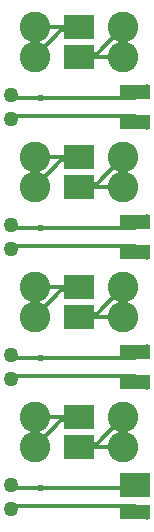
<source format=gtl>
G04 #@! TF.FileFunction,Copper,L1,Top,Signal*
%FSLAX46Y46*%
G04 Gerber Fmt 4.6, Leading zero omitted, Abs format (unit mm)*
G04 Created by KiCad (PCBNEW 4.0.6-e0-6349~53~ubuntu16.04.1) date Thu Jul 13 10:15:01 2017*
%MOMM*%
%LPD*%
G01*
G04 APERTURE LIST*
%ADD10C,0.100000*%
%ADD11R,2.540000X1.270000*%
%ADD12C,2.600000*%
%ADD13C,1.270000*%
%ADD14R,2.540000X2.000000*%
%ADD15C,0.600000*%
%ADD16C,0.304800*%
G04 APERTURE END LIST*
D10*
D11*
X41500000Y-58000000D03*
X41500000Y-55500000D03*
D12*
X40500000Y-50000000D03*
X40500000Y-52500000D03*
X33000000Y-52500000D03*
X33000000Y-50000000D03*
D13*
X31000000Y-55750000D03*
X31000000Y-57750000D03*
D14*
X36750000Y-50000000D03*
X36750000Y-52500000D03*
X36750000Y-63500000D03*
X36750000Y-61000000D03*
D13*
X31000000Y-68750000D03*
X31000000Y-66750000D03*
D12*
X33000000Y-61000000D03*
X33000000Y-63500000D03*
X40500000Y-63500000D03*
X40500000Y-61000000D03*
D14*
X41500000Y-66750000D03*
D11*
X41500000Y-69000000D03*
X41500000Y-47000000D03*
X41500000Y-44500000D03*
D12*
X40500000Y-39000000D03*
X40500000Y-41500000D03*
X33000000Y-41500000D03*
X33000000Y-39000000D03*
D13*
X31000000Y-44750000D03*
X31000000Y-46750000D03*
D14*
X36750000Y-39000000D03*
X36750000Y-41500000D03*
X36750000Y-30500000D03*
X36750000Y-28000000D03*
D13*
X31000000Y-35750000D03*
X31000000Y-33750000D03*
D12*
X33000000Y-28000000D03*
X33000000Y-30500000D03*
X40500000Y-30500000D03*
X40500000Y-28000000D03*
D11*
X41500000Y-33500000D03*
X41500000Y-36000000D03*
D15*
X33500000Y-45000000D03*
X33500000Y-56000000D03*
X33500000Y-67000000D03*
X33500000Y-34000000D03*
D16*
X33000000Y-56000000D02*
X31000000Y-56000000D01*
X33500000Y-56000000D02*
X33000000Y-56000000D01*
X41500000Y-56000000D02*
X33500000Y-56000000D01*
X42500000Y-55000000D02*
X41500000Y-56000000D01*
X41500000Y-57500000D02*
X31000000Y-57500000D01*
X42500000Y-58500000D02*
X41500000Y-57500000D01*
X36750000Y-50000000D02*
X33000000Y-50000000D01*
X36750000Y-52500000D02*
X40500000Y-52500000D01*
X40500000Y-52500000D02*
X40500000Y-50000000D01*
X36365000Y-50345000D02*
X36115000Y-50595000D01*
X37615000Y-50345000D02*
X36365000Y-50345000D01*
X36500000Y-50250000D02*
X36750000Y-50000000D01*
X35250000Y-50250000D02*
X36500000Y-50250000D01*
X33000000Y-52500000D02*
X35250000Y-50250000D01*
X37000000Y-52250000D02*
X36750000Y-52500000D01*
X38250000Y-52250000D02*
X40500000Y-50000000D01*
X37000000Y-52250000D02*
X38250000Y-52250000D01*
X37000000Y-63250000D02*
X38250000Y-63250000D01*
X38250000Y-63250000D02*
X40500000Y-61000000D01*
X37000000Y-63250000D02*
X36750000Y-63500000D01*
X33000000Y-63500000D02*
X35250000Y-61250000D01*
X35250000Y-61250000D02*
X36500000Y-61250000D01*
X36500000Y-61250000D02*
X36750000Y-61000000D01*
X37615000Y-61345000D02*
X36365000Y-61345000D01*
X36365000Y-61345000D02*
X36115000Y-61595000D01*
X40500000Y-63500000D02*
X40500000Y-61000000D01*
X36750000Y-63500000D02*
X40500000Y-63500000D01*
X36750000Y-61000000D02*
X33000000Y-61000000D01*
X42500000Y-69500000D02*
X41500000Y-68500000D01*
X41500000Y-68500000D02*
X31000000Y-68500000D01*
X42500000Y-66000000D02*
X41500000Y-67000000D01*
X41500000Y-67000000D02*
X33500000Y-67000000D01*
X33500000Y-67000000D02*
X33000000Y-67000000D01*
X33000000Y-67000000D02*
X31000000Y-67000000D01*
X33000000Y-45000000D02*
X31000000Y-45000000D01*
X33500000Y-45000000D02*
X33000000Y-45000000D01*
X41500000Y-45000000D02*
X33500000Y-45000000D01*
X42500000Y-44000000D02*
X41500000Y-45000000D01*
X41500000Y-46500000D02*
X31000000Y-46500000D01*
X42500000Y-47500000D02*
X41500000Y-46500000D01*
X36750000Y-39000000D02*
X33000000Y-39000000D01*
X36750000Y-41500000D02*
X40500000Y-41500000D01*
X40500000Y-41500000D02*
X40500000Y-39000000D01*
X36365000Y-39345000D02*
X36115000Y-39595000D01*
X37615000Y-39345000D02*
X36365000Y-39345000D01*
X36500000Y-39250000D02*
X36750000Y-39000000D01*
X35250000Y-39250000D02*
X36500000Y-39250000D01*
X33000000Y-41500000D02*
X35250000Y-39250000D01*
X37000000Y-41250000D02*
X36750000Y-41500000D01*
X38250000Y-41250000D02*
X40500000Y-39000000D01*
X37000000Y-41250000D02*
X38250000Y-41250000D01*
X37000000Y-30250000D02*
X38250000Y-30250000D01*
X38250000Y-30250000D02*
X40500000Y-28000000D01*
X37000000Y-30250000D02*
X36750000Y-30500000D01*
X33000000Y-30500000D02*
X35250000Y-28250000D01*
X35250000Y-28250000D02*
X36500000Y-28250000D01*
X36500000Y-28250000D02*
X36750000Y-28000000D01*
X37615000Y-28345000D02*
X36365000Y-28345000D01*
X36365000Y-28345000D02*
X36115000Y-28595000D01*
X40500000Y-30500000D02*
X40500000Y-28000000D01*
X36750000Y-30500000D02*
X40500000Y-30500000D01*
X36750000Y-28000000D02*
X33000000Y-28000000D01*
X42500000Y-36500000D02*
X41500000Y-35500000D01*
X41500000Y-35500000D02*
X31000000Y-35500000D01*
X42500000Y-33000000D02*
X41500000Y-34000000D01*
X41500000Y-34000000D02*
X33500000Y-34000000D01*
X33500000Y-34000000D02*
X33000000Y-34000000D01*
X33000000Y-34000000D02*
X31000000Y-34000000D01*
M02*

</source>
